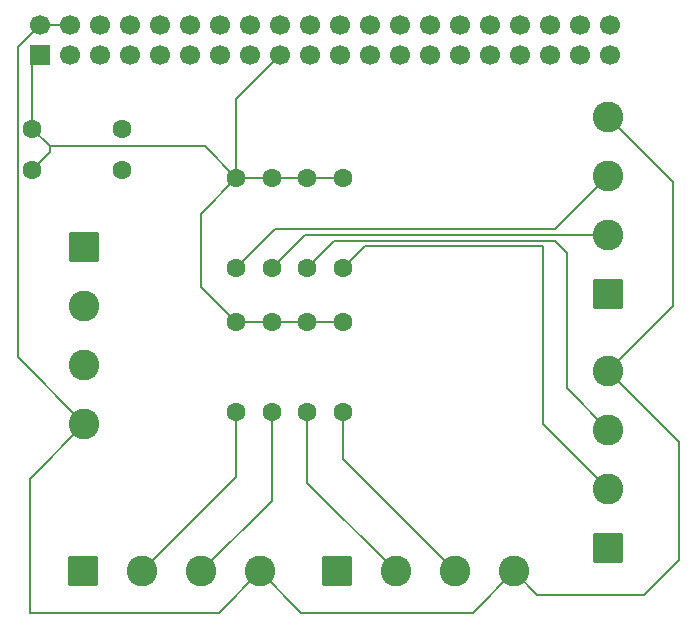
<source format=gtl>
%TF.GenerationSoftware,KiCad,Pcbnew,9.0.7*%
%TF.CreationDate,2026-01-29T23:32:27-08:00*%
%TF.ProjectId,encoders,656e636f-6465-4727-932e-6b696361645f,rev?*%
%TF.SameCoordinates,Original*%
%TF.FileFunction,Copper,L1,Top*%
%TF.FilePolarity,Positive*%
%FSLAX46Y46*%
G04 Gerber Fmt 4.6, Leading zero omitted, Abs format (unit mm)*
G04 Created by KiCad (PCBNEW 9.0.7) date 2026-01-29 23:32:27*
%MOMM*%
%LPD*%
G01*
G04 APERTURE LIST*
G04 Aperture macros list*
%AMRoundRect*
0 Rectangle with rounded corners*
0 $1 Rounding radius*
0 $2 $3 $4 $5 $6 $7 $8 $9 X,Y pos of 4 corners*
0 Add a 4 corners polygon primitive as box body*
4,1,4,$2,$3,$4,$5,$6,$7,$8,$9,$2,$3,0*
0 Add four circle primitives for the rounded corners*
1,1,$1+$1,$2,$3*
1,1,$1+$1,$4,$5*
1,1,$1+$1,$6,$7*
1,1,$1+$1,$8,$9*
0 Add four rect primitives between the rounded corners*
20,1,$1+$1,$2,$3,$4,$5,0*
20,1,$1+$1,$4,$5,$6,$7,0*
20,1,$1+$1,$6,$7,$8,$9,0*
20,1,$1+$1,$8,$9,$2,$3,0*%
G04 Aperture macros list end*
%TA.AperFunction,ComponentPad*%
%ADD10RoundRect,0.250000X-1.050000X-1.050000X1.050000X-1.050000X1.050000X1.050000X-1.050000X1.050000X0*%
%TD*%
%TA.AperFunction,ComponentPad*%
%ADD11C,2.600000*%
%TD*%
%TA.AperFunction,ComponentPad*%
%ADD12RoundRect,0.250000X-1.050000X1.050000X-1.050000X-1.050000X1.050000X-1.050000X1.050000X1.050000X0*%
%TD*%
%TA.AperFunction,ComponentPad*%
%ADD13C,1.600000*%
%TD*%
%TA.AperFunction,ComponentPad*%
%ADD14RoundRect,0.250000X1.050000X-1.050000X1.050000X1.050000X-1.050000X1.050000X-1.050000X-1.050000X0*%
%TD*%
%TA.AperFunction,ComponentPad*%
%ADD15R,1.700000X1.700000*%
%TD*%
%TA.AperFunction,ComponentPad*%
%ADD16C,1.700000*%
%TD*%
%TA.AperFunction,Conductor*%
%ADD17C,0.200000*%
%TD*%
G04 APERTURE END LIST*
D10*
X133500000Y-92500000D03*
D11*
X138500000Y-92500000D03*
X143500000Y-92500000D03*
X148500000Y-92500000D03*
D12*
X112132500Y-65000000D03*
D11*
X112132500Y-70000000D03*
X112132500Y-75000000D03*
X112132500Y-80000000D03*
D13*
X107690000Y-58500000D03*
X115310000Y-58500000D03*
X131000000Y-59190000D03*
X131000000Y-66810000D03*
D10*
X112000000Y-92500000D03*
D11*
X117000000Y-92500000D03*
X122000000Y-92500000D03*
X127000000Y-92500000D03*
D13*
X125000000Y-71380000D03*
X125000000Y-79000000D03*
X131000000Y-71380000D03*
X131000000Y-79000000D03*
X125000000Y-59190000D03*
X125000000Y-66810000D03*
X128000000Y-71380000D03*
X128000000Y-79000000D03*
D14*
X156500000Y-69000000D03*
D11*
X156500000Y-64000000D03*
X156500000Y-59000000D03*
X156500000Y-54000000D03*
D13*
X134000000Y-71380000D03*
X134000000Y-79000000D03*
X128000000Y-59190000D03*
X128000000Y-66810000D03*
D14*
X156500000Y-90500000D03*
D11*
X156500000Y-85500000D03*
X156500000Y-80500000D03*
X156500000Y-75500000D03*
D13*
X107690000Y-55000000D03*
X115310000Y-55000000D03*
X134000000Y-59190000D03*
X134000000Y-66810000D03*
D15*
X108370000Y-48770000D03*
D16*
X108370000Y-46230000D03*
X110910000Y-48770000D03*
X110910000Y-46230000D03*
X113450000Y-48770000D03*
X113450000Y-46230000D03*
X115990000Y-48770000D03*
X115990000Y-46230000D03*
X118530000Y-48770000D03*
X118530000Y-46230000D03*
X121070000Y-48770000D03*
X121070000Y-46230000D03*
X123610000Y-48770000D03*
X123610000Y-46230000D03*
X126150000Y-48770000D03*
X126150000Y-46230000D03*
X128690000Y-48770000D03*
X128690000Y-46230000D03*
X131230000Y-48770000D03*
X131230000Y-46230000D03*
X133770000Y-48770000D03*
X133770000Y-46230000D03*
X136310000Y-48770000D03*
X136310000Y-46230000D03*
X138850000Y-48770000D03*
X138850000Y-46230000D03*
X141390000Y-48770000D03*
X141390000Y-46230000D03*
X143930000Y-48770000D03*
X143930000Y-46230000D03*
X146470000Y-48770000D03*
X146470000Y-46230000D03*
X149010000Y-48770000D03*
X149010000Y-46230000D03*
X151550000Y-48770000D03*
X151550000Y-46230000D03*
X154090000Y-48770000D03*
X154090000Y-46230000D03*
X156630000Y-48770000D03*
X156630000Y-46230000D03*
D17*
X152000000Y-63500000D02*
X128310000Y-63500000D01*
X156500000Y-59000000D02*
X152000000Y-63500000D01*
X128310000Y-63500000D02*
X125000000Y-66810000D01*
X130810000Y-64000000D02*
X156500000Y-64000000D01*
X128000000Y-66810000D02*
X130810000Y-64000000D01*
X152000000Y-64500000D02*
X153000000Y-65500000D01*
X153000000Y-65500000D02*
X153000000Y-77000000D01*
X131000000Y-66810000D02*
X133310000Y-64500000D01*
X133310000Y-64500000D02*
X152000000Y-64500000D01*
X153000000Y-77000000D02*
X156500000Y-80500000D01*
X151000000Y-80000000D02*
X156500000Y-85500000D01*
X151000000Y-64901000D02*
X151000000Y-80000000D01*
X134000000Y-66810000D02*
X135909000Y-64901000D01*
X135909000Y-64901000D02*
X151000000Y-64901000D01*
X128000000Y-79000000D02*
X128000000Y-86500000D01*
X128000000Y-86500000D02*
X122000000Y-92500000D01*
X125000000Y-84500000D02*
X117000000Y-92500000D01*
X125000000Y-79000000D02*
X125000000Y-84500000D01*
X134000000Y-83000000D02*
X143500000Y-92500000D01*
X134000000Y-79000000D02*
X134000000Y-83000000D01*
X131000000Y-79000000D02*
X131000000Y-85000000D01*
X131000000Y-85000000D02*
X138500000Y-92500000D01*
X162500000Y-81500000D02*
X156500000Y-75500000D01*
X162000000Y-59500000D02*
X156500000Y-54000000D01*
X127000000Y-92500000D02*
X130500000Y-96000000D01*
X106500000Y-48100000D02*
X106500000Y-74367500D01*
X148500000Y-92500000D02*
X150500000Y-94500000D01*
X106500000Y-74367500D02*
X112132500Y-80000000D01*
X112132500Y-80000000D02*
X107500000Y-84632500D01*
X107500000Y-96000000D02*
X123500000Y-96000000D01*
X159500000Y-94500000D02*
X162500000Y-91500000D01*
X110910000Y-46230000D02*
X108370000Y-46230000D01*
X108370000Y-46230000D02*
X106500000Y-48100000D01*
X162000000Y-70000000D02*
X162000000Y-59500000D01*
X107500000Y-84632500D02*
X107500000Y-96000000D01*
X162500000Y-91500000D02*
X162500000Y-81500000D01*
X150500000Y-94500000D02*
X159500000Y-94500000D01*
X130500000Y-96000000D02*
X145000000Y-96000000D01*
X145000000Y-96000000D02*
X148500000Y-92500000D01*
X156500000Y-75500000D02*
X162000000Y-70000000D01*
X123500000Y-96000000D02*
X127000000Y-92500000D01*
X128000000Y-71380000D02*
X131000000Y-71380000D01*
X122000000Y-62190000D02*
X122000000Y-68380000D01*
X125000000Y-71380000D02*
X128000000Y-71380000D01*
X131000000Y-71380000D02*
X134000000Y-71380000D01*
X125000000Y-52460000D02*
X125000000Y-59190000D01*
X131000000Y-59190000D02*
X134000000Y-59190000D01*
X125000000Y-59190000D02*
X128000000Y-59190000D01*
X125000000Y-59190000D02*
X122000000Y-62190000D01*
X122000000Y-68380000D02*
X125000000Y-71380000D01*
X125000000Y-59190000D02*
X122310000Y-56500000D01*
X128690000Y-48770000D02*
X125000000Y-52460000D01*
X107690000Y-49450000D02*
X108370000Y-48770000D01*
X109190000Y-56500000D02*
X109190000Y-57000000D01*
X122310000Y-56500000D02*
X109190000Y-56500000D01*
X107690000Y-58500000D02*
X109190000Y-57000000D01*
X128000000Y-59190000D02*
X131000000Y-59190000D01*
X107690000Y-55000000D02*
X107690000Y-49450000D01*
X107690000Y-55000000D02*
X109190000Y-56500000D01*
M02*

</source>
